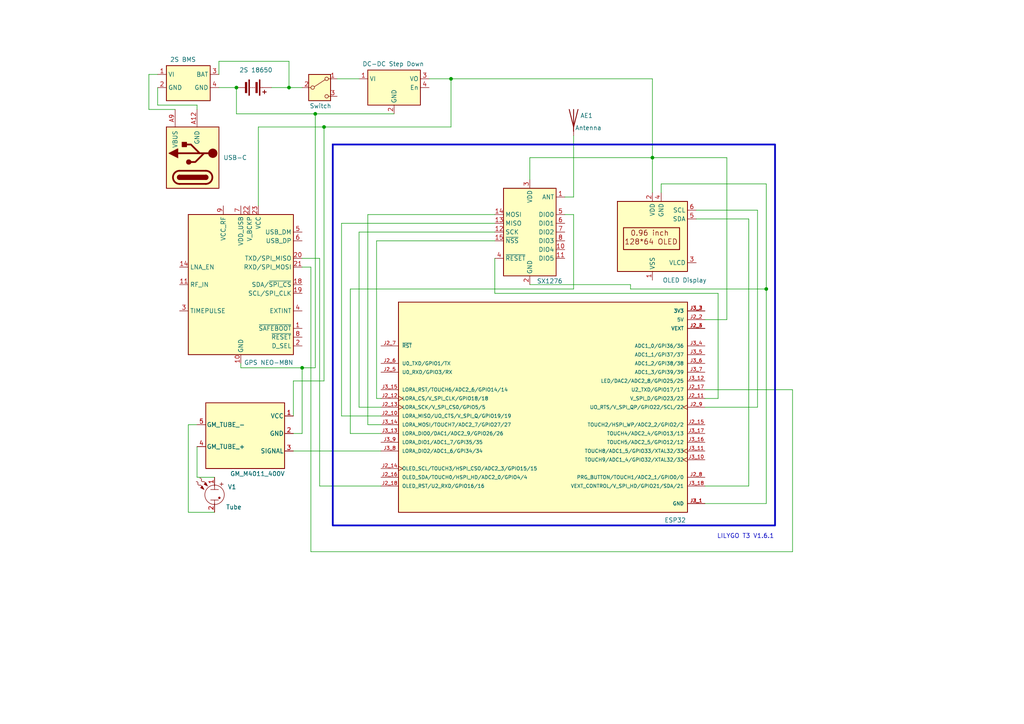
<source format=kicad_sch>
(kicad_sch (version 20250114) (generator "eeschema") (generator_version "9.0")
  (paper "A4")
  (title_block (title "Detector remoto de radiación ionizante y geolocalización.") (date "2025-11-11"))
  (lib_symbols
    (symbol "BibliotecaPersonalizada:ESP32_LORA_V2.0" (pin_names (offset 1.016))
      (property "Reference" "U4" (at 0 35.56 0))
      (property "Value" "ESP32_LORA_V2.0" (at 0 33.02 0))
      (symbol "ESP32_LORA_V2.0_0_0"
        (rectangle (start -50.8 30.48) (end 33.02 -30.48) (stroke (width 0.254)) (fill (type background)))
        (pin input line (at -55.88 17.78 0) (length 5.08) (name "~{RST}") (number "J2_7"))
        (pin bidirectional line (at -55.88 12.7 0) (length 5.08) (name "U0_TXD/GPIO1/TX") (number "J2_6"))
        (pin bidirectional line (at -55.88 10.16 0) (length 5.08) (name "U0_RXD/GPIO3/RX") (number "J2_5"))
        (pin bidirectional line (at -55.88 5.08 0) (length 5.08) (name "LORA_RST/TOUCH6/ADC2_6/GPIO14/14") (number "J3_15"))
        (pin bidirectional clock (at -55.88 2.54 0) (length 5.08) (name "LORA_CS/V_SPI_CLK/GPIO18/18") (number "J2_12"))
        (pin bidirectional clock (at -55.88 0 0) (length 5.08) (name "LORA_SCK/V_SPI_CS0/GPIO5/5") (number "J2_13"))
        (pin bidirectional line (at -55.88 -2.54 0) (length 5.08) (name "LORA_MISO/UO_CTS/V_SPI_Q/GPIO19/19") (number "J2_10"))
        (pin bidirectional line (at -55.88 -5.08 0) (length 5.08) (name "LORA_MOSI/TOUCH7/ADC2_7/GPIO27/27") (number "J3_14"))
        (pin bidirectional line (at -55.88 -7.62 0) (length 5.08) (name "LORA_DIO0/DAC1/ADC2_9/GPIO26/26") (number "J3_13"))
        (pin bidirectional line (at -55.88 -10.16 0) (length 5.08) (name "LORA_DIO1/ADC1_7/GPI35/35") (number "J3_9"))
        (pin bidirectional line (at -55.88 -12.7 0) (length 5.08) (name "LORA_DIO2/ADC1_6/GPI34/34") (number "J3_8"))
        (pin bidirectional clock (at -55.88 -17.78 0) (length 5.08) (name "OLED_SCL/TOUCH3/HSPI_CSO/ADC2_3/GPIO15/15") (number "J2_14"))
        (pin bidirectional line (at -55.88 -20.32 0) (length 5.08) (name "OLED_SDA/TOUCH0/HSPI_HD/ADC2_0/GPIO4/4") (number "J2_16"))
        (pin bidirectional line (at -55.88 -22.86 0) (length 5.08) (name "OLED_RST/U2_RXD/GPIO16/16") (number "J2_18"))
        (pin power_in line (at 38.1 27.94 180) (length 5.08) (name "3V3") (number "J3_2"))
        (pin power_in line (at 38.1 27.94 180) (length 5.08) (name "3V3") (number "J3_3"))
        (pin power_in line (at 38.1 25.4 180) (length 5.08) (name "5V") (number "J2_2"))
        (pin power_in line (at 38.1 22.86 180) (length 5.08) (name "VEXT") (number "J2_3"))
        (pin power_in line (at 38.1 22.86 180) (length 5.08) (name "VEXT") (number "J2_4"))
        (pin bidirectional line (at 38.1 17.78 180) (length 5.08) (name "ADC1_0/GPI36/36") (number "J3_4"))
        (pin bidirectional line (at 38.1 15.24 180) (length 5.08) (name "ADC1_1/GPI37/37") (number "J3_5"))
        (pin bidirectional line (at 38.1 12.7 180) (length 5.08) (name "ADC1_2/GPI38/38") (number "J3_6"))
        (pin bidirectional line (at 38.1 10.16 180) (length 5.08) (name "ADC1_3/GPI39/39") (number "J3_7"))
        (pin bidirectional line (at 38.1 7.62 180) (length 5.08) (name "LED/DAC2/ADC2_8/GPIO25/25") (number "J3_12"))
        (pin bidirectional line (at 38.1 5.08 180) (length 5.08) (name "U2_TXD/GPIO17/17") (number "J2_17"))
        (pin bidirectional line (at 38.1 2.54 180) (length 5.08) (name "V_SPI_D/GPIO23/23") (number "J2_11"))
        (pin bidirectional clock (at 38.1 0 180) (length 5.08) (name "UO_RTS/V_SPI_QP/GPIO22/SCL/22") (number "J2_9"))
        (pin bidirectional line (at 38.1 -5.08 180) (length 5.08) (name "TOUCH2/HSPI_WP/ADC2_2/GPIO2/2") (number "J2_15"))
        (pin bidirectional line (at 38.1 -7.62 180) (length 5.08) (name "TOUCH4/ADC2_4/GPIO13/13") (number "J3_17"))
        (pin bidirectional line (at 38.1 -10.16 180) (length 5.08) (name "TOUCH5/ADC2_5/GPIO12/12") (number "J3_16"))
        (pin bidirectional clock (at 38.1 -12.7 180) (length 5.08) (name "TOUCH8/ADC1_5/GPIO33/XTAL32/33") (number "J3_11"))
        (pin bidirectional clock (at 38.1 -15.24 180) (length 5.08) (name "TOUCH9/ADC1_4/GPIO32/XTAL32/32") (number "J3_10"))
        (pin bidirectional line (at 38.1 -20.32 180) (length 5.08) (name "PRG_BUTTON/TOUCH1/ADC2_1/GPIO0/0") (number "J2_8"))
        (pin bidirectional line (at 38.1 -22.86 180) (length 5.08) (name "VEXT_CONTROL/V_SPI_HD/GPIO21/SDA/21") (number "J3_18"))
        (pin power_in line (at 38.1 -27.94 180) (length 5.08) (name "GND") (number "J2_1"))
        (pin power_in line (at 38.1 -27.94 180) (length 5.08) (name "GND") (number "J3_1"))
      )
    )
    (symbol "BibliotecaPersonalizada:GeigerMuller" (pin_names (offset 0.254))
      (property "Reference" "U3" (at -3.556 6.604 0))
      (property "Value" "GeigerMüller_M4011_400V" (at 12.7 -16.256 0))
      (symbol "GeigerMuller_0_1"
        (rectangle (start 2.54 5.08) (end 25.4 -13.97) (stroke (width 0.254)) (fill (type background)))
      )
      (symbol "GeigerMuller_1_0"
        (pin input line (at 0 -1.27 0) (length 2.54) (name "GM_TUBE_-") (number "5"))
        (pin output line (at 0 -7.62 0) (length 2.54) (name "GM_TUBE_+") (number "4"))
      )
      (symbol "GeigerMuller_1_1"
        (pin power_in line (at 27.94 1.27 180) (length 2.54) (name "VCC") (number "1"))
        (pin power_in line (at 27.94 -3.81 180) (length 2.54) (name "GND") (number "2"))
        (pin output line (at 27.94 -8.89 180) (length 2.54) (name "SIGNAL") (number "3"))
      )
    )
    (symbol "Connector:USB_C_Receptacle_PowerOnly_6P" (pin_names (offset 1.016))
      (property "Reference" "J1" (at 0 17.78 0))
      (property "Value" "USB_C_Receptacle_PowerOnly_6P" (at 0 15.24 0))
      (symbol "USB_C_Receptacle_PowerOnly_6P_0_1"
        (rectangle (start -10.16 10.16) (end 7.62 -5.08) (stroke (width 0.254)) (fill (type background)))
        (polyline (pts (xy -8.89 -1.27) (xy -8.89 6.35)) (stroke (width 0.508)))
        (rectangle (start -7.62 -1.27) (end -6.35 6.35) (stroke (width 0.254)) (fill (type outline)))
        (arc (start -7.62 6.35) (mid -6.985 6.9823) (end -6.35 6.35) (stroke (width 0.254)))
        (arc (start -7.62 6.35) (mid -6.985 6.9823) (end -6.35 6.35) (stroke (width 0.254)) (fill (type outline)))
        (arc (start -8.89 6.35) (mid -6.985 8.2467) (end -5.08 6.35) (stroke (width 0.508)))
        (arc (start -5.08 -1.27) (mid -6.985 -3.1667) (end -8.89 -1.27) (stroke (width 0.508)))
        (arc (start -6.35 -1.27) (mid -6.985 -1.9023) (end -7.62 -1.27) (stroke (width 0.254)))
        (arc (start -6.35 -1.27) (mid -6.985 -1.9023) (end -7.62 -1.27) (stroke (width 0.254)) (fill (type outline)))
        (polyline (pts (xy -5.08 6.35) (xy -5.08 -1.27)) (stroke (width 0.508)))
        (circle (center -2.54 3.683) (radius 0.635) (stroke (width 0.254)) (fill (type outline)))
        (polyline (pts (xy -1.27 6.858) (xy 0 9.398) (xy 1.27 6.858) (xy -1.27 6.858)) (stroke (width 0.254)) (fill (type outline)))
        (polyline (pts (xy 0 0.508) (xy 2.54 3.048) (xy 2.54 4.318)) (stroke (width 0.508)))
        (polyline (pts (xy 0 -0.762) (xy -2.54 1.778) (xy -2.54 3.048)) (stroke (width 0.508)))
        (polyline (pts (xy 0 -3.302) (xy 0 6.858)) (stroke (width 0.508)))
        (circle (center 0 -3.302) (radius 1.27) (fill (type outline)))
        (rectangle (start 1.905 4.318) (end 3.175 5.588) (stroke (width 0.254)) (fill (type outline)))
      )
      (symbol "USB_C_Receptacle_PowerOnly_6P_1_1"
        (pin passive line (at 12.7 7.62 180) (length 5.08) (name "VBUS") (number "A9"))
        (pin passive line (at 12.7 1.27 180) (length 5.08) (name "GND") (number "A12"))
      )
    )
    (symbol "Converter_DCDC:PTN78000W_EUS-5"
      (property "Value" "DC-DC Step Down" (at -0.254 6.858 0))
      (symbol "PTN78000W_EUS-5_0_1"
        (rectangle (start -7.62 5.08) (end 7.62 -5.08) (stroke (width 0.254)) (fill (type background)))
      )
      (symbol "PTN78000W_EUS-5_1_1"
        (pin power_in line (at -10.16 2.54 0) (length 2.54) (name "VI") (number "1"))
        (pin power_in line (at 0 -7.62 90) (length 2.54) (name "GND") (number "2"))
        (pin power_out line (at 10.16 2.54 180) (length 2.54) (name "VO") (number "3"))
        (pin output line (at 10.16 0 180) (length 2.54) (name "En") (number "4"))
      )
    )
    (symbol "Device:Antenna" (pin_numbers (hide yes)) (pin_names (offset 1.016) (hide yes))
      (property "Reference" "AE" (at -1.905 1.905 0))
      (property "Value" "Antenna" (at -1.905 0 0))
      (symbol "Antenna_0_1"
        (polyline (pts (xy 0 2.54) (xy 0 -3.81)) (stroke (width 0.254)))
        (polyline (pts (xy 1.27 2.54) (xy 0 -2.54) (xy -1.27 2.54)) (stroke (width 0.254)))
      )
      (symbol "Antenna_1_1"
        (pin input line (at 0 -5.08 90) (length 2.54) (name "A") (number "1"))
      )
    )
    (symbol "Device:Battery" (pin_numbers (hide yes)) (pin_names (offset 0) (hide yes))
      (property "Reference" "BT" (at 2.54 2.54 0))
      (property "Value" "Battery" (at 2.54 0 0))
      (symbol "Battery_0_1"
        (rectangle (start -2.286 1.778) (end 2.286 1.524) (fill (type outline)))
        (rectangle (start -2.286 -1.27) (end 2.286 -1.524) (fill (type outline)))
        (rectangle (start -1.524 1.016) (end 1.524 0.508) (fill (type outline)))
        (rectangle (start -1.524 -2.032) (end 1.524 -2.54) (fill (type outline)))
        (polyline (pts (xy 0 1.778) (xy 0 2.54)))
        (polyline (pts (xy 0 0) (xy 0 0.254)))
        (polyline (pts (xy 0 -0.508) (xy 0 -0.254)))
        (polyline (pts (xy 0 -1.016) (xy 0 -0.762)))
        (polyline (pts (xy 0.762 3.048) (xy 1.778 3.048)) (stroke (width 0.254)))
        (polyline (pts (xy 1.27 3.556) (xy 1.27 2.54)) (stroke (width 0.254)))
      )
      (symbol "Battery_1_1"
        (pin passive line (at 0 5.08 270) (length 2.54) (name "+") (number "1"))
        (pin passive line (at 0 -5.08 90) (length 2.54) (name "-") (number "2"))
      )
    )
    (symbol "EA_T123X-I2C_1"
      (property "Reference" "U6" (at 11.43 1.2701 0))
      (property "Value" "OLED Display" (at -15.748 -12.7 0))
      (symbol "EA_T123X-I2C_1_0_0"
        (rectangle (start -7.874 2.54) (end 8.382 -3.81) (stroke (width 0.254)))
      )
      (symbol "EA_T123X-I2C_1_0_1"
        (rectangle (start -10.16 10.16) (end 10.16 -10.16) (stroke (width 0.254)) (fill (type background)))
      )
      (symbol "EA_T123X-I2C_1_1_1"
        (text "128*64 OLED" (at -7.366 -1.524 0) (effects (font (size 1.524 1.524)) (justify left)))
        (text "0.96 inch" (at -4.826 1.016 0) (effects (font (size 1.524 1.524)) (justify left)))
        (pin input line (at -12.7 7.62 0) (length 2.54) (name "SCL") (number "6"))
        (pin bidirectional line (at -12.7 5.08 0) (length 2.54) (name "SDA") (number "5"))
        (pin input line (at -12.7 -7.62 0) (length 2.54) (name "VLCD") (number "3"))
        (pin power_in line (at -2.54 12.7 270) (length 2.54) (name "GND") (number "4"))
        (pin power_in line (at 0 12.7 270) (length 2.54) (name "VDD") (number "2"))
        (pin power_in line (at 0 -12.7 90) (length 2.54) (name "VSS") (number "1"))
      )
    )
    (symbol "PTN78000W_EUS-5_1"
      (property "Value" "2S BMS" (at -0.254 6.858 0))
      (symbol "PTN78000W_EUS-5_1_0_1"
        (rectangle (start -5.08 5.08) (end 7.62 -5.08) (stroke (width 0.254)) (fill (type background)))
      )
      (symbol "PTN78000W_EUS-5_1_1_1"
        (pin power_in line (at -7.62 2.54 0) (length 2.54) (name "VI") (number "1"))
        (pin power_in line (at -7.62 -1.27 0) (length 2.54) (name "GND") (number "2"))
        (pin power_out line (at 10.16 2.54 180) (length 2.54) (name "BAT") (number "3"))
        (pin output line (at 10.16 -1.27 180) (length 2.54) (name "GND") (number "4"))
      )
    )
    (symbol "RF_GPS:NEO-M8N"
      (property "Reference" "U" (at -13.97 21.59 0))
      (property "Value" "NEO-M8N" (at 11.43 21.59 0))
      (symbol "NEO-M8N_0_1"
        (rectangle (start -15.24 20.32) (end 15.24 -20.32) (stroke (width 0.254)) (fill (type background)))
      )
      (symbol "NEO-M8N_1_1"
        (pin bidirectional line (at -17.78 15.24 0) (length 2.54) (name "USB_DM") (number "5"))
        (pin bidirectional line (at -17.78 12.7 0) (length 2.54) (name "USB_DP") (number "6"))
        (pin output line (at -17.78 7.62 0) (length 2.54) (name "TXD/SPI_MISO") (number "20"))
        (pin input line (at -17.78 5.08 0) (length 2.54) (name "RXD/SPI_MOSI") (number "21"))
        (pin bidirectional line (at -17.78 0 0) (length 2.54) (name "SDA/~{SPI_CS}") (number "18"))
        (pin input line (at -17.78 -2.54 0) (length 2.54) (name "SCL/SPI_CLK") (number "19"))
        (pin input line (at -17.78 -7.62 0) (length 2.54) (name "EXTINT") (number "4"))
        (pin input line (at -17.78 -12.7 0) (length 2.54) (name "~{SAFEBOOT}") (number "1"))
        (pin input line (at -17.78 -15.24 0) (length 2.54) (name "~{RESET}") (number "8"))
        (pin input line (at -17.78 -17.78 0) (length 2.54) (name "D_SEL") (number "2"))
        (pin power_in line (at -5.08 22.86 270) (length 2.54) (name "VCC") (number "23"))
        (pin power_in line (at -2.54 22.86 270) (length 2.54) (name "V_BCKP") (number "22"))
        (pin power_in line (at 0 22.86 270) (length 2.54) (name "VDD_USB") (number "7"))
        (pin power_in line (at 0 -22.86 90) (length 2.54) (name "GND") (number "10"))
        (pin passive line (at 0 -22.86 90) (length 2.54) (hide yes) (name "GND") (number "12"))
        (pin passive line (at 0 -22.86 90) (length 2.54) (hide yes) (name "GND") (number "13"))
        (pin passive line (at 0 -22.86 90) (length 2.54) (hide yes) (name "GND") (number "24"))
        (pin power_out line (at 5.08 22.86 270) (length 2.54) (name "VCC_RF") (number "9"))
        (pin no_connect line (at 15.24 -10.16 180) (length 2.54) (hide yes) (name "RESERVED") (number "15"))
        (pin no_connect line (at 15.24 -12.7 180) (length 2.54) (hide yes) (name "RESERVED") (number "16"))
        (pin no_connect line (at 15.24 -15.24 180) (length 2.54) (hide yes) (name "RESERVED") (number "17"))
        (pin output line (at 17.78 5.08 180) (length 2.54) (name "LNA_EN") (number "14"))
        (pin input line (at 17.78 0 180) (length 2.54) (name "RF_IN") (number "11"))
        (pin output line (at 17.78 -7.62 180) (length 2.54) (name "TIMEPULSE") (number "3"))
      )
    )
    (symbol "RF_Module:Ai-Thinker-Ra-01"
      (property "Reference" "U" (at 2.54 17.78 0))
      (property "Value" "Ai-Thinker-Ra-01" (at 13.97 -15.24 0))
      (symbol "Ai-Thinker-Ra-01_0_1"
        (rectangle (start -7.62 12.7) (end 7.62 -12.7) (stroke (width 0.254)) (fill (type background)))
      )
      (symbol "Ai-Thinker-Ra-01_1_1"
        (pin input line (at -10.16 5.08 0) (length 2.54) (name "MOSI") (number "14"))
        (pin output line (at -10.16 2.54 0) (length 2.54) (name "MISO") (number "13"))
        (pin input line (at -10.16 0 0) (length 2.54) (name "SCK") (number "12"))
        (pin input line (at -10.16 -2.54 0) (length 2.54) (name "~{NSS}") (number "15"))
        (pin input line (at -10.16 -7.62 0) (length 2.54) (name "~{RESET}") (number "4"))
        (pin power_in line (at 0 15.24 270) (length 2.54) (name "VDD") (number "3"))
        (pin passive line (at 0 -15.24 90) (length 2.54) (hide yes) (name "GND") (number "16"))
        (pin power_in line (at 0 -15.24 90) (length 2.54) (name "GND") (number "2"))
        (pin passive line (at 0 -15.24 90) (length 2.54) (hide yes) (name "GND") (number "9"))
        (pin passive line (at 10.16 10.16 180) (length 2.54) (name "ANT") (number "1"))
        (pin bidirectional line (at 10.16 5.08 180) (length 2.54) (name "DIO0") (number "5"))
        (pin bidirectional line (at 10.16 2.54 180) (length 2.54) (name "DIO1") (number "6"))
        (pin bidirectional line (at 10.16 0 180) (length 2.54) (name "DIO2") (number "7"))
        (pin bidirectional line (at 10.16 -2.54 180) (length 2.54) (name "DIO3") (number "8"))
        (pin bidirectional line (at 10.16 -5.08 180) (length 2.54) (name "DIO4") (number "10"))
        (pin bidirectional line (at 10.16 -7.62 180) (length 2.54) (name "DIO5") (number "11"))
      )
    )
    (symbol "Sensor:Nuclear-Radiation_Detector" (pin_names (offset 0) (hide yes))
      (property "Reference" "V" (at 5.08 1.27 0))
      (property "Value" "Nuclear-Radiation_Detector" (at 5.08 -1.27 0))
      (symbol "Nuclear-Radiation_Detector_0_0"
        (text "+" (at 2.032 3.175 0) (effects (font (size 1.27 1.27))))
      )
      (symbol "Nuclear-Radiation_Detector_0_1"
        (arc (start -3.302 3.81) (mid -2.891 3.713) (end -2.794 3.302))
        (polyline (pts (xy -2.54 3.556) (xy -3.048 3.048) (xy -2.032 2.54) (xy -2.54 3.556)) (fill (type outline)))
        (polyline (pts (xy -1.143 1.524) (xy 1.143 1.524)))
        (polyline (pts (xy -1.143 -1.524) (xy 1.143 -1.524)))
        (polyline (pts (xy 0 2.54) (xy 0 1.524)))
        (circle (center 0 0) (radius 2.8194))
        (polyline (pts (xy 0 -1.524) (xy 0 -2.54)))
        (circle (center 1.397 -0.889) (radius 0.254) (fill (type outline)))
      )
      (symbol "Nuclear-Radiation_Detector_1_1"
        (arc (start -5.334 3.81) (mid -4.923 3.713) (end -4.826 3.302))
        (arc (start -4.318 2.794) (mid -4.729 2.891) (end -4.826 3.302))
        (arc (start -4.318 4.826) (mid -3.907 4.729) (end -3.81 4.318))
        (arc (start -4.318 2.794) (mid -3.907 2.697) (end -3.81 2.286))
        (polyline (pts (xy -3.556 2.54) (xy -4.064 2.032) (xy -3.048 1.524) (xy -3.556 2.54)) (fill (type outline)))
        (arc (start -3.302 3.81) (mid -3.713 3.907) (end -3.81 4.318))
        (pin passive line (at 0 5.08 270) (length 2.54) (name "1") (number "1"))
        (pin passive line (at 0 -5.08 90) (length 2.54) (name "2") (number "2"))
      )
    )
    (symbol "Switch:SW_DPDT_x2" (pin_names (offset 0) (hide yes))
      (property "Reference" "SW" (at 0 5.08 0))
      (property "Value" "SW_DPDT_x2" (at 0 -5.08 0))
      (symbol "SW_DPDT_x2_0_0"
        (circle (center -2.032 0) (radius 0.508))
        (circle (center 2.032 -2.54) (radius 0.508))
      )
      (symbol "SW_DPDT_x2_0_1"
        (rectangle (start -3.175 3.81) (end 3.175 -3.81) (stroke (width 0.254)) (fill (type background)))
        (polyline (pts (xy -1.524 0.254) (xy 1.5748 2.286)))
        (circle (center 2.032 2.54) (radius 0.508))
      )
      (symbol "SW_DPDT_x2_1_1"
        (pin passive line (at -5.08 0 0) (length 2.54) (name "B") (number "2"))
        (pin passive line (at 5.08 2.54 180) (length 2.54) (name "A") (number "1"))
        (pin passive line (at 5.08 -2.54 180) (length 2.54) (name "C") (number "3"))
      )
      (symbol "SW_DPDT_x2_2_1"
        (pin passive line (at -5.08 0 0) (length 2.54) (name "B") (number "5"))
        (pin passive line (at 5.08 2.54 180) (length 2.54) (name "A") (number "4"))
        (pin passive line (at 5.08 -2.54 180) (length 2.54) (name "C") (number "6"))
      )
    )
  )
  (rectangle (start 96.52 41.91) (end 224.79 152.4) (stroke (width 0.508)))
  (text_box "LILYGO T3 V1.6.1" (at 207.01 153.67 0) (size 19.05 5.08) (margins 0.9525 0.9525 0.9525 0.9525) (stroke (width 0) (type dash_dot) (color 255 255 255 1)) (effects (font (size 1.27 1.27)) (justify left top)))
  (junction (at 130.81 22.86))
  (junction (at 91.44 33.02))
  (junction (at 189.23 45.72))
  (junction (at 93.98 36.83))
  (junction (at 87.63 106.68))
  (junction (at 83.82 25.4))
  (junction (at 68.58 25.4))
  (junction (at 222.25 83.82))
  (wire (pts (xy 166.37 83.82) (xy 101.6 83.82)))
  (wire (pts (xy 189.23 45.72) (xy 189.23 55.88)))
  (wire (pts (xy 87.63 106.68) (xy 87.63 125.73)))
  (wire (pts (xy 90.17 160.02) (xy 229.87 160.02)))
  (wire (pts (xy 201.93 63.5) (xy 217.17 63.5)))
  (wire (pts (xy 91.44 33.02) (xy 114.3 33.02)))
  (wire (pts (xy 92.71 140.97) (xy 110.49 140.97)))
  (wire (pts (xy 57.15 138.43) (xy 57.15 129.54)))
  (wire (pts (xy 57.15 30.48) (xy 57.15 31.75)))
  (wire (pts (xy 104.14 67.31) (xy 104.14 118.11)))
  (wire (pts (xy 130.81 22.86) (xy 130.81 36.83)))
  (wire (pts (xy 222.25 83.82) (xy 222.25 146.05)))
  (wire (pts (xy 219.71 118.11) (xy 204.47 118.11)))
  (wire (pts (xy 74.93 36.83) (xy 93.98 36.83)))
  (wire (pts (xy 87.63 106.68) (xy 91.44 106.68)))
  (wire (pts (xy 229.87 160.02) (xy 229.87 113.03)))
  (wire (pts (xy 143.51 85.09) (xy 208.28 85.09)))
  (wire (pts (xy 69.85 105.41) (xy 69.85 106.68)))
  (wire (pts (xy 201.93 60.96) (xy 219.71 60.96)))
  (wire (pts (xy 217.17 140.97) (xy 204.47 140.97)))
  (wire (pts (xy 87.63 77.47) (xy 90.17 77.47)))
  (wire (pts (xy 106.68 123.19) (xy 110.49 123.19)))
  (wire (pts (xy 143.51 67.31) (xy 104.14 67.31)))
  (wire (pts (xy 143.51 62.23) (xy 106.68 62.23)))
  (wire (pts (xy 54.61 123.19) (xy 57.15 123.19)))
  (wire (pts (xy 63.5 21.59) (xy 63.5 17.78)))
  (wire (pts (xy 163.83 62.23) (xy 166.37 62.23)))
  (wire (pts (xy 191.77 55.88) (xy 191.77 53.34)))
  (wire (pts (xy 68.58 33.02) (xy 91.44 33.02)))
  (wire (pts (xy 63.5 25.4) (xy 68.58 25.4)))
  (wire (pts (xy 166.37 39.37) (xy 166.37 57.15)))
  (wire (pts (xy 91.44 106.68) (xy 91.44 33.02)))
  (wire (pts (xy 62.23 138.43) (xy 57.15 138.43)))
  (wire (pts (xy 143.51 69.85) (xy 109.22 69.85)))
  (wire (pts (xy 43.18 31.75) (xy 43.18 21.59)))
  (wire (pts (xy 130.81 22.86) (xy 189.23 22.86)))
  (wire (pts (xy 50.8 31.75) (xy 43.18 31.75)))
  (wire (pts (xy 189.23 45.72) (xy 210.82 45.72)))
  (wire (pts (xy 62.23 148.59) (xy 54.61 148.59)))
  (wire (pts (xy 143.51 74.93) (xy 143.51 85.09)))
  (wire (pts (xy 153.67 52.07) (xy 153.67 45.72)))
  (wire (pts (xy 166.37 57.15) (xy 163.83 57.15)))
  (wire (pts (xy 83.82 25.4) (xy 78.74 25.4)))
  (wire (pts (xy 143.51 64.77) (xy 99.06 64.77)))
  (wire (pts (xy 99.06 120.65) (xy 110.49 120.65)))
  (wire (pts (xy 74.93 59.69) (xy 74.93 36.83)))
  (wire (pts (xy 182.88 83.82) (xy 222.25 83.82)))
  (wire (pts (xy 124.46 22.86) (xy 130.81 22.86)))
  (wire (pts (xy 90.17 77.47) (xy 90.17 160.02)))
  (wire (pts (xy 85.09 110.49) (xy 93.98 110.49)))
  (wire (pts (xy 93.98 36.83) (xy 130.81 36.83)))
  (wire (pts (xy 219.71 60.96) (xy 219.71 118.11)))
  (wire (pts (xy 87.63 25.4) (xy 83.82 25.4)))
  (wire (pts (xy 191.77 53.34) (xy 222.25 53.34)))
  (wire (pts (xy 189.23 22.86) (xy 189.23 45.72)))
  (wire (pts (xy 222.25 53.34) (xy 222.25 83.82)))
  (wire (pts (xy 97.79 22.86) (xy 104.14 22.86)))
  (wire (pts (xy 106.68 62.23) (xy 106.68 123.19)))
  (wire (pts (xy 210.82 45.72) (xy 210.82 92.71)))
  (wire (pts (xy 83.82 17.78) (xy 83.82 25.4)))
  (wire (pts (xy 54.61 148.59) (xy 54.61 123.19)))
  (wire (pts (xy 92.71 74.93) (xy 92.71 140.97)))
  (wire (pts (xy 153.67 82.55) (xy 182.88 82.55)))
  (wire (pts (xy 101.6 125.73) (xy 110.49 125.73)))
  (wire (pts (xy 45.72 30.48) (xy 57.15 30.48)))
  (wire (pts (xy 68.58 25.4) (xy 68.58 33.02)))
  (wire (pts (xy 182.88 82.55) (xy 182.88 83.82)))
  (wire (pts (xy 99.06 64.77) (xy 99.06 120.65)))
  (wire (pts (xy 109.22 115.57) (xy 110.49 115.57)))
  (wire (pts (xy 85.09 130.81) (xy 110.49 130.81)))
  (wire (pts (xy 87.63 74.93) (xy 92.71 74.93)))
  (wire (pts (xy 101.6 83.82) (xy 101.6 125.73)))
  (wire (pts (xy 104.14 118.11) (xy 110.49 118.11)))
  (wire (pts (xy 85.09 125.73) (xy 87.63 125.73)))
  (wire (pts (xy 63.5 17.78) (xy 83.82 17.78)))
  (wire (pts (xy 43.18 21.59) (xy 45.72 21.59)))
  (wire (pts (xy 208.28 85.09) (xy 208.28 115.57)))
  (wire (pts (xy 204.47 146.05) (xy 222.25 146.05)))
  (wire (pts (xy 93.98 110.49) (xy 93.98 36.83)))
  (wire (pts (xy 217.17 63.5) (xy 217.17 140.97)))
  (wire (pts (xy 153.67 45.72) (xy 189.23 45.72)))
  (wire (pts (xy 109.22 69.85) (xy 109.22 115.57)))
  (wire (pts (xy 166.37 62.23) (xy 166.37 83.82)))
  (wire (pts (xy 69.85 106.68) (xy 87.63 106.68)))
  (wire (pts (xy 229.87 113.03) (xy 204.47 113.03)))
  (wire (pts (xy 208.28 115.57) (xy 204.47 115.57)))
  (wire (pts (xy 85.09 120.65) (xy 85.09 110.49)))
  (wire (pts (xy 45.72 25.4) (xy 45.72 30.48)))
  (wire (pts (xy 210.82 92.71) (xy 204.47 92.71)))
  (symbol (lib_name "EA_T123X-I2C_1") (lib_id "Display_Character:EA_T123X-I2C") (at 189.23 68.58 0) (mirror y) (unit 1)
    (property "Reference" "U6" (effects (hide yes)))
    (property "Value" "OLED Display" (at 204.978 81.28 0) (effects (justify left)))
    (property "Footprint" "Display:EA_T123X-I2C" (effects (hide yes)))
    (property "Datasheet" "http://www.lcd-module.de/pdf/doma/t123-i2c.pdf" (effects (hide yes)))
    (property "Description" "3 Lines, 12 character alpha numeric LCD, transreflective STN and FSTN Gray, I2C, single or dual power" (effects (hide yes)))
  )
  (symbol (lib_id "Device:Battery") (at 73.66 25.4 270) (unit 1)
    (property "Reference" "BT1" (effects (hide yes)))
    (property "Value" "2S 18650" (at 74.2315 20.32 90))
    (property "Description" "Multiple-cell battery" (effects (hide yes)))
  )
  (symbol (lib_id "RF_Module:Ai-Thinker-Ra-01") (at 153.67 67.31 0) (unit 1)
    (property "Reference" "U1" (effects (hide yes)))
    (property "Value" "SX1276" (at 155.702 81.534 0) (effects (justify left)))
    (property "Footprint" "RF_Module:Ai-Thinker-Ra-01-LoRa" (effects (hide yes)))
    (property "Datasheet" "http://wiki.ai-thinker.com/_media/lora/docs/c047ps01a1_ra-01_product_specification_v1.1.pdf" (effects (hide yes)))
    (property "Description" "Ai-Thinker Ra-01 410-525 MHz LoRa Module, SPI interface, external antenna" (effects (hide yes)))
  )
  (symbol (lib_id "Device:Antenna") (at 166.37 34.29 0) (mirror y) (unit 1)
    (property "Reference" "AE1" (at 171.958 33.528 0) (effects (justify left)))
    (property "Value" "Antenna" (at 174.498 37.084 0) (effects (justify left)))
    (property "Description" "Antenna" (effects (hide yes)))
  )
  (symbol (lib_id "Connector:USB_C_Receptacle_PowerOnly_6P") (at 58.42 44.45 90) (unit 1)
    (property "Reference" "J1" (effects (hide yes)))
    (property "Value" "USB-C" (at 64.77 45.7199 90) (effects (justify right)))
  )
  (symbol (lib_id "Sensor:Nuclear-Radiation_Detector") (at 62.23 143.51 0) (unit 1)
    (property "Reference" "V1" (at 66.04 141.2263 0) (effects (justify left)))
    (property "Value" "Tube" (at 65.532 147.066 0) (effects (justify left)))
    (property "Description" "Generic radiation detector" (effects (hide yes)))
  )
  (symbol (lib_id "BibliotecaPersonalizada:ESP32_LORA_V2.0") (at 166.37 118.11 0) (unit 1)
    (property "Reference" "U4" (effects (hide yes)))
    (property "Value" "ESP32" (at 195.834 150.876 0))
    (property "Footprint" "ESP32_LORA_V2.0:MODULE_ESP32_LORA_V2.0" (effects (hide yes)))
    (property "MF" "Heltec Automation" (effects (hide yes)))
    (property "MAXIMUM_PACKAGE_HEIGHT" "10.2mm" (effects (hide yes)))
    (property "Package" "Package" (effects (hide yes)))
    (property "Price" "None" (effects (hide yes)))
    (property "Check_prices" "https://www.snapeda.com/parts/ESP32%20LoRa%20V2.0/Heltec+Automation/view-part/?ref=eda" (effects (hide yes)))
    (property "STANDARD" "Manufacturer Recommendations" (effects (hide yes)))
    (property "PARTREV" "2.0" (effects (hide yes)))
    (property "SnapEDA_Link" "https://www.snapeda.com/parts/ESP32%20LoRa%20V2.0/Heltec+Automation/view-part/?ref=snap" (effects (hide yes)))
    (property "MP" "ESP32 LoRa V2.0" (effects (hide yes)))
    (property "Description_1" "Development board combining an ESP32 microcontroller with a LoRa (Long Range) transceiver module." (effects (hide yes)))
    (property "Availability" "Not in stock" (effects (hide yes)))
    (property "MANUFACTURER" "Heltec Automation" (effects (hide yes)))
  )
  (symbol (lib_id "Switch:SW_DPDT_x2") (at 92.71 25.4 0) (unit 1)
    (property "Reference" "SW1" (effects (hide yes)))
    (property "Value" "Switch" (at 92.964 30.734 0))
    (property "Description" "Switch, dual pole double throw, separate symbols" (effects (hide yes)))
  )
  (symbol (lib_id "BibliotecaPersonalizada:GeigerMuller") (at 57.15 121.92 0) (unit 1)
    (property "Reference" "U3" (effects (hide yes)))
    (property "Value" "GM_M4011_400V" (at 74.676 137.414 0))
    (property "Footprint" "Package_TO_SOT_THT:TO-220-4_Vertical" (effects (hide yes)))
    (property "Datasheet" "https://www.onsemi.com/pub/Collateral/KA378R05-D.pdf" (effects (hide yes)))
    (property "Description" "Positive 3A 35V Linear Regulator with Disable Pin, LDO, Fixed Output 5V, TO-220F-4L" (effects (hide yes)))
  )
  (symbol (lib_id "RF_GPS:NEO-M8N") (at 69.85 82.55 0) (mirror y) (unit 1)
    (property "Reference" "U2" (effects (hide yes)))
    (property "Value" "GPS NEO-M8N" (at 85.09 105.156 0) (effects (justify left)))
    (property "Footprint" "RF_GPS:ublox_NEO" (effects (hide yes)))
    (property "Datasheet" "https://content.u-blox.com/sites/default/files/NEO-M8-FW3_DataSheet_UBX-15031086.pdf" (effects (hide yes)))
    (property "Description" "GNSS Module NEO M8, VCC 2.7V to 3.6V" (effects (hide yes)))
  )
  (symbol (lib_id "Converter_DCDC:PTN78000W_EUS-5") (at 114.3 25.4 0) (unit 1)
    (property "Reference" "U5" (effects (hide yes)))
    (property "Value" "DC-DC Step Down" (at 114.046 18.542 0))
    (property "Footprint" "Module:Texas_EUS_R-PDSS-T5_THT" (effects (hide yes)))
    (property "Datasheet" "https://www.ti.com/lit/ds/symlink/ptn78000w.pdf" (effects (hide yes)))
    (property "Description" "1.5A non-isolated switching regulator power module, 7-36V input voltage, 2.5-12.6V output voltage, EUS-5" (effects (hide yes)))
  )
  (symbol (lib_name "PTN78000W_EUS-5_1") (lib_id "Converter_DCDC:PTN78000W_EUS-5") (at 53.34 24.13 0) (unit 1)
    (property "Reference" "U7" (effects (hide yes)))
    (property "Value" "2S BMS" (at 53.086 17.272 0))
    (property "Footprint" "Module:Texas_EUS_R-PDSS-T5_THT" (effects (hide yes)))
    (property "Datasheet" "https://www.ti.com/lit/ds/symlink/ptn78000w.pdf" (effects (hide yes)))
    (property "Description" "1.5A non-isolated switching regulator power module, 7-36V input voltage, 2.5-12.6V output voltage, EUS-5" (effects (hide yes)))
  )
)
</source>
